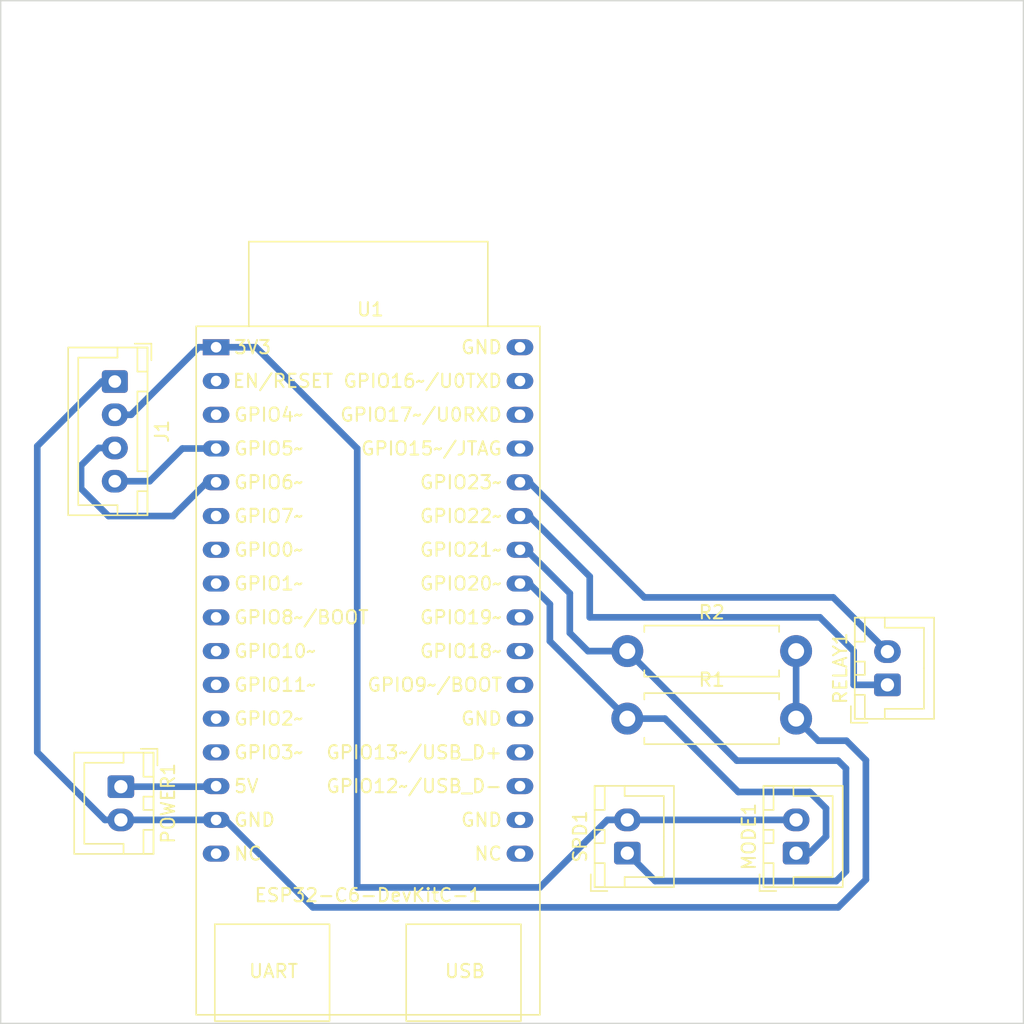
<source format=kicad_pcb>
(kicad_pcb (version 20221018) (generator pcbnew)
  (layers (0 "F.Cu" signal) (31 "B.Cu" signal) (34 "B.Paste" user) (35 "F.Paste" user) (36 "B.SilkS" user "B.Silkscreen") (37 "F.SilkS" user "F.Silkscreen") (38 "B.Mask" user) (39 "F.Mask" user) (44 "Edge.Cuts" user))
  (net 0 "")
  (net 1 "GND")
  (net 2 "+3V3")
  (net 3 "Net-(J1-Pin_3)")
  (net 4 "Net-(J1-Pin_4)")
  (net 5 "Net-(MODE1-Pin_1)")
  (net 6 "+5V")
  (net 7 "Net-(SPD1-Pin_1)")
  (net 8 "Net-(RELAY1-Pin_1)")
  (net 9 "Net-(RELAY1-Pin_2)")
  (footprint "Resistor_THT:R_Axial_DIN0411_L9.9mm_D3.6mm_P12.70mm_Horizontal" (layer "F.Cu") (at 104.89 134.62)
    (fp_text reference "R2" (at 6.35 -2.92) (layer "F.SilkS"))
    (fp_text value "10000")
    (fp_line (start 1.28 -1.92) (end 11.42 -1.92) (stroke (width 0.12)) (layer "F.SilkS"))
    (fp_line (start 1.28 -1.44) (end 1.28 -1.92) (stroke (width 0.12)) (layer "F.SilkS"))
    (fp_line (start 1.28 1.44) (end 1.28 1.92) (stroke (width 0.12)) (layer "F.SilkS"))
    (fp_line (start 1.28 1.92) (end 11.42 1.92) (stroke (width 0.12)) (layer "F.SilkS"))
    (fp_line (start 11.42 -1.92) (end 11.42 -1.44) (stroke (width 0.12)) (layer "F.SilkS"))
    (fp_line (start 11.42 1.92) (end 11.42 1.44) (stroke (width 0.12)) (layer "F.SilkS"))
    (pad "1" thru_hole circle (at 0 0) (size 2.4 2.4) (drill 1.2) (layers "*.Cu" "*.Mask") (net 7 "Net-(SPD1-Pin_1)"))
    (pad "2" thru_hole oval (at 12.7 0) (size 2.4 2.4) (drill 1.2) (layers "*.Cu" "*.Mask") (net 1 "GND"))
  )
  (footprint "Connector_JST:JST_XH_B2B-XH-A_1x02_P2.50mm_Vertical" (layer "F.Cu") (at 117.59 149.82 90)
    (fp_text reference "MODE1" (at 1.25 -3.55 90) (layer "F.SilkS"))
    (fp_text value "Conn_01x02_Pin")
    (fp_line (start -2.85 -2.75) (end -2.85 -1.5) (stroke (width 0.12)) (layer "F.SilkS"))
    (fp_line (start -2.56 -2.46) (end -2.56 3.51) (stroke (width 0.12)) (layer "F.SilkS"))
    (fp_line (start -2.56 3.51) (end 5.06 3.51) (stroke (width 0.12)) (layer "F.SilkS"))
    (fp_line (start -2.55 -2.45) (end -2.55 -1.7) (stroke (width 0.12)) (layer "F.SilkS"))
    (fp_line (start -2.55 -1.7) (end -0.75 -1.7) (stroke (width 0.12)) (layer "F.SilkS"))
    (fp_line (start -2.55 -0.2) (end -1.8 -0.2) (stroke (width 0.12)) (layer "F.SilkS"))
    (fp_line (start -1.8 -0.2) (end -1.8 2.75) (stroke (width 0.12)) (layer "F.SilkS"))
    (fp_line (start -1.8 2.75) (end 1.25 2.75) (stroke (width 0.12)) (layer "F.SilkS"))
    (fp_line (start -1.6 -2.75) (end -2.85 -2.75) (stroke (width 0.12)) (layer "F.SilkS"))
    (fp_line (start -0.75 -2.45) (end -2.55 -2.45) (stroke (width 0.12)) (layer "F.SilkS"))
    (fp_line (start -0.75 -1.7) (end -0.75 -2.45) (stroke (width 0.12)) (layer "F.SilkS"))
    (fp_line (start 0.75 -2.45) (end 0.75 -1.7) (stroke (width 0.12)) (layer "F.SilkS"))
    (fp_line (start 0.75 -1.7) (end 1.75 -1.7) (stroke (width 0.12)) (layer "F.SilkS"))
    (fp_line (start 1.75 -2.45) (end 0.75 -2.45) (stroke (width 0.12)) (layer "F.SilkS"))
    (fp_line (start 1.75 -1.7) (end 1.75 -2.45) (stroke (width 0.12)) (layer "F.SilkS"))
    (fp_line (start 3.25 -2.45) (end 3.25 -1.7) (stroke (width 0.12)) (layer "F.SilkS"))
    (fp_line (start 3.25 -1.7) (end 5.05 -1.7) (stroke (width 0.12)) (layer "F.SilkS"))
    (fp_line (start 4.3 -0.2) (end 4.3 2.75) (stroke (width 0.12)) (layer "F.SilkS"))
    (fp_line (start 4.3 2.75) (end 1.25 2.75) (stroke (width 0.12)) (layer "F.SilkS"))
    (fp_line (start 5.05 -2.45) (end 3.25 -2.45) (stroke (width 0.12)) (layer "F.SilkS"))
    (fp_line (start 5.05 -1.7) (end 5.05 -2.45) (stroke (width 0.12)) (layer "F.SilkS"))
    (fp_line (start 5.05 -0.2) (end 4.3 -0.2) (stroke (width 0.12)) (layer "F.SilkS"))
    (fp_line (start 5.06 -2.46) (end -2.56 -2.46) (stroke (width 0.12)) (layer "F.SilkS"))
    (fp_line (start 5.06 3.51) (end 5.06 -2.46) (stroke (width 0.12)) (layer "F.SilkS"))
    (pad "1" thru_hole roundrect (at 0 0 90) (size 1.7 2) (drill 1) (layers "*.Cu" "*.Mask") (roundrect_rratio 0.1470588235) (net 5 "Net-(MODE1-Pin_1)"))
    (pad "2" thru_hole oval (at 2.5 0 90) (size 1.7 2) (drill 1) (layers "*.Cu" "*.Mask") (net 2 "+3V3"))
  )
  (footprint "Connector_JST:JST_XH_B2B-XH-A_1x02_P2.50mm_Vertical" (layer "F.Cu") (at 124.46 137.16 90)
    (fp_text reference "RELAY1" (at 1.25 -3.55 90) (layer "F.SilkS"))
    (fp_text value "Conn_01x02_Pin")
    (fp_line (start -2.85 -2.75) (end -2.85 -1.5) (stroke (width 0.12)) (layer "F.SilkS"))
    (fp_line (start -2.56 -2.46) (end -2.56 3.51) (stroke (width 0.12)) (layer "F.SilkS"))
    (fp_line (start -2.56 3.51) (end 5.06 3.51) (stroke (width 0.12)) (layer "F.SilkS"))
    (fp_line (start -2.55 -2.45) (end -2.55 -1.7) (stroke (width 0.12)) (layer "F.SilkS"))
    (fp_line (start -2.55 -1.7) (end -0.75 -1.7) (stroke (width 0.12)) (layer "F.SilkS"))
    (fp_line (start -2.55 -0.2) (end -1.8 -0.2) (stroke (width 0.12)) (layer "F.SilkS"))
    (fp_line (start -1.8 -0.2) (end -1.8 2.75) (stroke (width 0.12)) (layer "F.SilkS"))
    (fp_line (start -1.8 2.75) (end 1.25 2.75) (stroke (width 0.12)) (layer "F.SilkS"))
    (fp_line (start -1.6 -2.75) (end -2.85 -2.75) (stroke (width 0.12)) (layer "F.SilkS"))
    (fp_line (start -0.75 -2.45) (end -2.55 -2.45) (stroke (width 0.12)) (layer "F.SilkS"))
    (fp_line (start -0.75 -1.7) (end -0.75 -2.45) (stroke (width 0.12)) (layer "F.SilkS"))
    (fp_line (start 0.75 -2.45) (end 0.75 -1.7) (stroke (width 0.12)) (layer "F.SilkS"))
    (fp_line (start 0.75 -1.7) (end 1.75 -1.7) (stroke (width 0.12)) (layer "F.SilkS"))
    (fp_line (start 1.75 -2.45) (end 0.75 -2.45) (stroke (width 0.12)) (layer "F.SilkS"))
    (fp_line (start 1.75 -1.7) (end 1.75 -2.45) (stroke (width 0.12)) (layer "F.SilkS"))
    (fp_line (start 3.25 -2.45) (end 3.25 -1.7) (stroke (width 0.12)) (layer "F.SilkS"))
    (fp_line (start 3.25 -1.7) (end 5.05 -1.7) (stroke (width 0.12)) (layer "F.SilkS"))
    (fp_line (start 4.3 -0.2) (end 4.3 2.75) (stroke (width 0.12)) (layer "F.SilkS"))
    (fp_line (start 4.3 2.75) (end 1.25 2.75) (stroke (width 0.12)) (layer "F.SilkS"))
    (fp_line (start 5.05 -2.45) (end 3.25 -2.45) (stroke (width 0.12)) (layer "F.SilkS"))
    (fp_line (start 5.05 -1.7) (end 5.05 -2.45) (stroke (width 0.12)) (layer "F.SilkS"))
    (fp_line (start 5.05 -0.2) (end 4.3 -0.2) (stroke (width 0.12)) (layer "F.SilkS"))
    (fp_line (start 5.06 -2.46) (end -2.56 -2.46) (stroke (width 0.12)) (layer "F.SilkS"))
    (fp_line (start 5.06 3.51) (end 5.06 -2.46) (stroke (width 0.12)) (layer "F.SilkS"))
    (pad "1" thru_hole roundrect (at 0 0 90) (size 1.7 2) (drill 1) (layers "*.Cu" "*.Mask") (roundrect_rratio 0.1470588235) (net 8 "Net-(RELAY1-Pin_1)"))
    (pad "2" thru_hole oval (at 2.5 0 90) (size 1.7 2) (drill 1) (layers "*.Cu" "*.Mask") (net 9 "Net-(RELAY1-Pin_2)"))
  )
  (footprint "Connector_JST:JST_XH_B2B-XH-A_1x02_P2.50mm_Vertical" (layer "F.Cu") (at 66.79 144.82 -90)
    (fp_text reference "POWER1" (at 1.25 -3.55 90) (layer "F.SilkS"))
    (fp_text value "Conn_01x02_Pin")
    (fp_line (start -2.85 -2.75) (end -2.85 -1.5) (stroke (width 0.12)) (layer "F.SilkS"))
    (fp_line (start -2.56 -2.46) (end -2.56 3.51) (stroke (width 0.12)) (layer "F.SilkS"))
    (fp_line (start -2.56 3.51) (end 5.06 3.51) (stroke (width 0.12)) (layer "F.SilkS"))
    (fp_line (start -2.55 -2.45) (end -2.55 -1.7) (stroke (width 0.12)) (layer "F.SilkS"))
    (fp_line (start -2.55 -1.7) (end -0.75 -1.7) (stroke (width 0.12)) (layer "F.SilkS"))
    (fp_line (start -2.55 -0.2) (end -1.8 -0.2) (stroke (width 0.12)) (layer "F.SilkS"))
    (fp_line (start -1.8 -0.2) (end -1.8 2.75) (stroke (width 0.12)) (layer "F.SilkS"))
    (fp_line (start -1.8 2.75) (end 1.25 2.75) (stroke (width 0.12)) (layer "F.SilkS"))
    (fp_line (start -1.6 -2.75) (end -2.85 -2.75) (stroke (width 0.12)) (layer "F.SilkS"))
    (fp_line (start -0.75 -2.45) (end -2.55 -2.45) (stroke (width 0.12)) (layer "F.SilkS"))
    (fp_line (start -0.75 -1.7) (end -0.75 -2.45) (stroke (width 0.12)) (layer "F.SilkS"))
    (fp_line (start 0.75 -2.45) (end 0.75 -1.7) (stroke (width 0.12)) (layer "F.SilkS"))
    (fp_line (start 0.75 -1.7) (end 1.75 -1.7) (stroke (width 0.12)) (layer "F.SilkS"))
    (fp_line (start 1.75 -2.45) (end 0.75 -2.45) (stroke (width 0.12)) (layer "F.SilkS"))
    (fp_line (start 1.75 -1.7) (end 1.75 -2.45) (stroke (width 0.12)) (layer "F.SilkS"))
    (fp_line (start 3.25 -2.45) (end 3.25 -1.7) (stroke (width 0.12)) (layer "F.SilkS"))
    (fp_line (start 3.25 -1.7) (end 5.05 -1.7) (stroke (width 0.12)) (layer "F.SilkS"))
    (fp_line (start 4.3 -0.2) (end 4.3 2.75) (stroke (width 0.12)) (layer "F.SilkS"))
    (fp_line (start 4.3 2.75) (end 1.25 2.75) (stroke (width 0.12)) (layer "F.SilkS"))
    (fp_line (start 5.05 -2.45) (end 3.25 -2.45) (stroke (width 0.12)) (layer "F.SilkS"))
    (fp_line (start 5.05 -1.7) (end 5.05 -2.45) (stroke (width 0.12)) (layer "F.SilkS"))
    (fp_line (start 5.05 -0.2) (end 4.3 -0.2) (stroke (width 0.12)) (layer "F.SilkS"))
    (fp_line (start 5.06 -2.46) (end -2.56 -2.46) (stroke (width 0.12)) (layer "F.SilkS"))
    (fp_line (start 5.06 3.51) (end 5.06 -2.46) (stroke (width 0.12)) (layer "F.SilkS"))
    (pad "1" thru_hole roundrect (at 0 0 270) (size 1.7 2) (drill 1) (layers "*.Cu" "*.Mask") (roundrect_rratio 0.1470588235) (net 6 "+5V"))
    (pad "2" thru_hole oval (at 2.5 0 270) (size 1.7 2) (drill 1) (layers "*.Cu" "*.Mask") (net 1 "GND"))
  )
  (footprint "PCM_Espressif:ESP32-C6-DevKitC-1" (layer "F.Cu") (at 73.955 111.76)
    (fp_text reference "U1" (at 11.6078 -2.8448) (layer "F.SilkS"))
    (fp_text value "ESP32-C6-DevKitC-1" (at 11.43 41.2242 180) (layer "F.SilkS"))
    (fp_text user "GPIO11~" (at 1.27 25.4 unlocked) (layer "F.SilkS") (effects (justify left)))
    (fp_text user "GPIO13~/USB_D+" (at 21.59 30.48 unlocked) (layer "F.SilkS") (effects (justify right)))
    (fp_text user "GPIO5~" (at 1.27 7.62 unlocked) (layer "F.SilkS") (effects (justify left)))
    (fp_text user "GPIO6~" (at 1.27 10.16 unlocked) (layer "F.SilkS") (effects (justify left)))
    (fp_text user "NC" (at 1.27 38.1 unlocked) (layer "F.SilkS") (effects (justify left)))
    (fp_text user "GPIO8~/BOOT" (at 1.27 20.32 unlocked) (layer "F.SilkS") (effects (justify left)))
    (fp_text user "EN/RESET" (at 8.88632 2.54 unlocked) (layer "F.SilkS") (effects (justify right)))
    (fp_text user "GPIO22~" (at 21.59 12.7 unlocked) (layer "F.SilkS") (effects (justify right)))
    (fp_text user "GPIO7~" (at 1.27 12.7 unlocked) (layer "F.SilkS") (effects (justify left)))
    (fp_text user "GPIO17~/U0RXD" (at 21.59 5.08 unlocked) (layer "F.SilkS") (effects (justify right)))
    (fp_text user "GPIO0~" (at 1.27 15.24 unlocked) (layer "F.SilkS") (effects (justify left)))
    (fp_text user "5V" (at 1.27 33.02 unlocked) (layer "F.SilkS") (effects (justify left)))
    (fp_text user "GPIO4~" (at 1.27 5.08 unlocked) (layer "F.SilkS") (effects (justify left)))
    (fp_text user "USB" (at 18.7198 47.5234 unlocked) (layer "F.SilkS") (effects (justify bottom)))
    (fp_text user "GPIO16~/U0TXD" (at 21.59 2.54 unlocked) (layer "F.SilkS") (effects (justify right)))
    (fp_text user "GPIO1~" (at 1.27 17.78 unlocked) (layer "F.SilkS") (effects (justify left)))
    (fp_text user "GPIO10~" (at 1.27 22.86 unlocked) (layer "F.SilkS") (effects (justify left)))
    (fp_text user "GND" (at 1.27 35.56 unlocked) (layer "F.SilkS") (effects (justify left)))
    (fp_text user "UART" (at 4.3198 47.5234 unlocked) (layer "F.SilkS") (effects (justify bottom)))
    (fp_text user "GND" (at 21.59 0 unlocked) (layer "F.SilkS") (effects (justify right)))
    (fp_text user "GPIO9~/BOOT" (at 21.59 25.4 unlocked) (layer "F.SilkS") (effects (justify right)))
    (fp_text user "GPIO19~" (at 21.59 20.32 unlocked) (layer "F.SilkS") (effects (justify right)))
    (fp_text user "GPIO18~" (at 21.59 22.86 unlocked) (layer "F.SilkS") (effects (justify right)))
    (fp_text user "3V3" (at 1.27 0 unlocked) (layer "F.SilkS") (effects (justify left)))
    (fp_text user "GND" (at 21.59 27.94 unlocked) (layer "F.SilkS") (effects (justify right)))
    (fp_text user "GPIO2~" (at 1.27 27.94 unlocked) (layer "F.SilkS") (effects (justify left)))
    (fp_text user "GPIO15~/JTAG" (at 21.59 7.62 unlocked) (layer "F.SilkS") (effects (justify right)))
    (fp_text user "GPIO3~" (at 1.27 30.48 unlocked) (layer "F.SilkS") (effects (justify left)))
    (fp_text user "GPIO12~/USB_D-" (at 21.59 33.02 unlocked) (layer "F.SilkS") (effects (justify right)))
    (fp_text user "GND" (at 21.59 35.56 unlocked) (layer "F.SilkS") (effects (justify right)))
    (fp_text user "GPIO20~" (at 21.59 17.78 unlocked) (layer "F.SilkS") (effects (justify right)))
    (fp_text user "GPIO23~" (at 21.59 10.16 unlocked) (layer "F.SilkS") (effects (justify right)))
    (fp_text user "GPIO21~" (at 21.59 15.24 unlocked) (layer "F.SilkS") (effects (justify right)))
    (fp_text user "NC" (at 21.59 38.1 unlocked) (layer "F.SilkS") (effects (justify right)))
    (fp_line (start -1.5 -1.575) (end -1.5 50.225) (stroke (width 0.12)) (layer "F.SilkS"))
    (fp_line (start -1.5 50.225) (end 24.359999 50.225) (stroke (width 0.12)) (layer "F.SilkS"))
    (fp_line (start 2.46012 -7.94532) (end 20.44332 -7.94532) (stroke (width 0.12)) (layer "F.SilkS"))
    (fp_line (start 2.46012 -1.59532) (end 2.46012 -7.94532) (stroke (width 0.12)) (layer "F.SilkS"))
    (fp_line (start 20.44332 -7.94532) (end 20.44332 -1.59532) (stroke (width 0.12)) (layer "F.SilkS"))
    (fp_line (start 24.359999 50.225) (end 24.36 -1.575) (stroke (width 0.12)) (layer "F.SilkS"))
    (fp_line (start 24.36 -1.575) (end -1.499999 -1.575) (stroke (width 0.12)) (layer "F.SilkS"))
    (fp_rect (start -0.0998 43.4086) (end 8.5362 50.6984) (stroke (width 0.12)) (fill none) (layer "F.SilkS"))
    (fp_rect (start 14.3002 43.4086) (end 22.9362 50.6984) (stroke (width 0.12)) (fill none) (layer "F.SilkS"))
    (pad "1" thru_hole rect (at 0 0 270) (size 1.2 2) (drill 0.8) (layers "*.Cu" "*.Mask") (net 2 "+3V3"))
    (pad "2" thru_hole oval (at 0 2.54 270) (size 1.2 2) (drill 0.8) (layers "*.Cu" "*.Mask"))
    (pad "3" thru_hole oval (at 0 5.08 270) (size 1.2 2) (drill 0.8) (layers "*.Cu" "*.Mask"))
    (pad "4" thru_hole oval (at 0 7.62 270) (size 1.2 2) (drill 0.8) (layers "*.Cu" "*.Mask") (net 4 "Net-(J1-Pin_4)"))
    (pad "5" thru_hole oval (at 0 10.16 270) (size 1.2 2) (drill 0.8) (layers "*.Cu" "*.Mask") (net 3 "Net-(J1-Pin_3)"))
    (pad "6" thru_hole oval (at 0 12.7 270) (size 1.2 2) (drill 0.8) (layers "*.Cu" "*.Mask"))
    (pad "7" thru_hole oval (at 0 15.24 270) (size 1.2 2) (drill 0.8) (layers "*.Cu" "*.Mask"))
    (pad "8" thru_hole oval (at 0 17.78 270) (size 1.2 2) (drill 0.8) (layers "*.Cu" "*.Mask"))
    (pad "9" thru_hole oval (at 0 20.32 270) (size 1.2 2) (drill 0.8) (layers "*.Cu" "*.Mask"))
    (pad "10" thru_hole oval (at 0 22.86 270) (size 1.2 2) (drill 0.8) (layers "*.Cu" "*.Mask"))
    (pad "11" thru_hole oval (at 0 25.4 270) (size 1.2 2) (drill 0.8) (layers "*.Cu" "*.Mask"))
    (pad "12" thru_hole oval (at 0 27.94 270) (size 1.2 2) (drill 0.8) (layers "*.Cu" "*.Mask"))
    (pad "13" thru_hole oval (at 0 30.48 270) (size 1.2 2) (drill 0.8) (layers "*.Cu" "*.Mask"))
    (pad "14" thru_hole oval (at 0 33.02 270) (size 1.2 2) (drill 0.8) (layers "*.Cu" "*.Mask") (net 6 "+5V"))
    (pad "15" thru_hole oval (at 0 35.56 270) (size 1.2 2) (drill 0.8) (layers "*.Cu" "*.Mask") (net 1 "GND"))
    (pad "16" thru_hole oval (at 0 38.1 270) (size 1.2 2) (drill 0.8) (layers "*.Cu" "*.Mask"))
    (pad "17" thru_hole oval (at 22.86 38.1 270) (size 1.2 2) (drill 0.8) (layers "*.Cu" "*.Mask"))
    (pad "18" thru_hole oval (at 22.86 35.56 270) (size 1.2 2) (drill 0.8) (layers "*.Cu" "*.Mask"))
    (pad "19" thru_hole oval (at 22.86 33.02 270) (size 1.2 2) (drill 0.8) (layers "*.Cu" "*.Mask"))
    (pad "20" thru_hole oval (at 22.86 30.48 270) (size 1.2 2) (drill 0.8) (layers "*.Cu" "*.Mask"))
    (pad "21" thru_hole oval (at 22.86 27.94 270) (size 1.2 2) (drill 0.8) (layers "*.Cu" "*.Mask"))
    (pad "22" thru_hole oval (at 22.86 25.4 270) (size 1.2 2) (drill 0.8) (layers "*.Cu" "*.Mask"))
    (pad "23" thru_hole oval (at 22.86 22.86 270) (size 1.2 2) (drill 0.8) (layers "*.Cu" "*.Mask"))
    (pad "24" thru_hole oval (at 22.86 20.32 270) (size 1.2 2) (drill 0.8) (layers "*.Cu" "*.Mask"))
    (pad "25" thru_hole oval (at 22.86 17.78 270) (size 1.2 2) (drill 0.8) (layers "*.Cu" "*.Mask") (net 5 "Net-(MODE1-Pin_1)"))
    (pad "26" thru_hole oval (at 22.86 15.24 270) (size 1.2 2) (drill 0.8) (layers "*.Cu" "*.Mask") (net 7 "Net-(SPD1-Pin_1)"))
    (pad "27" thru_hole oval (at 22.86 12.7 270) (size 1.2 2) (drill 0.8) (layers "*.Cu" "*.Mask") (net 8 "Net-(RELAY1-Pin_1)"))
    (pad "28" thru_hole oval (at 22.86 10.16 270) (size 1.2 2) (drill 0.8) (layers "*.Cu" "*.Mask") (net 9 "Net-(RELAY1-Pin_2)"))
    (pad "29" thru_hole oval (at 22.86 7.62 270) (size 1.2 2) (drill 0.8) (layers "*.Cu" "*.Mask"))
    (pad "30" thru_hole oval (at 22.86 5.08 270) (size 1.2 2) (drill 0.8) (layers "*.Cu" "*.Mask"))
    (pad "31" thru_hole oval (at 22.86 2.54 270) (size 1.2 2) (drill 0.8) (layers "*.Cu" "*.Mask"))
    (pad "32" thru_hole oval (at 22.86 0 270) (size 1.2 2) (drill 0.8) (layers "*.Cu" "*.Mask"))
  )
  (footprint "Connector_JST:JST_XH_B4B-XH-A_1x04_P2.50mm_Vertical" (layer "F.Cu") (at 66.335 114.34 -90)
    (fp_text reference "J1" (at 3.75 -3.55 90) (layer "F.SilkS"))
    (fp_text value "DISP")
    (fp_line (start -2.85 -2.75) (end -2.85 -1.5) (stroke (width 0.12)) (layer "F.SilkS"))
    (fp_line (start -2.56 -2.46) (end -2.56 3.51) (stroke (width 0.12)) (layer "F.SilkS"))
    (fp_line (start -2.56 3.51) (end 10.06 3.51) (stroke (width 0.12)) (layer "F.SilkS"))
    (fp_line (start -2.55 -2.45) (end -2.55 -1.7) (stroke (width 0.12)) (layer "F.SilkS"))
    (fp_line (start -2.55 -1.7) (end -0.75 -1.7) (stroke (width 0.12)) (layer "F.SilkS"))
    (fp_line (start -2.55 -0.2) (end -1.8 -0.2) (stroke (width 0.12)) (layer "F.SilkS"))
    (fp_line (start -1.8 -0.2) (end -1.8 2.75) (stroke (width 0.12)) (layer "F.SilkS"))
    (fp_line (start -1.8 2.75) (end 3.75 2.75) (stroke (width 0.12)) (layer "F.SilkS"))
    (fp_line (start -1.6 -2.75) (end -2.85 -2.75) (stroke (width 0.12)) (layer "F.SilkS"))
    (fp_line (start -0.75 -2.45) (end -2.55 -2.45) (stroke (width 0.12)) (layer "F.SilkS"))
    (fp_line (start -0.75 -1.7) (end -0.75 -2.45) (stroke (width 0.12)) (layer "F.SilkS"))
    (fp_line (start 0.75 -2.45) (end 0.75 -1.7) (stroke (width 0.12)) (layer "F.SilkS"))
    (fp_line (start 0.75 -1.7) (end 6.75 -1.7) (stroke (width 0.12)) (layer "F.SilkS"))
    (fp_line (start 6.75 -2.45) (end 0.75 -2.45) (stroke (width 0.12)) (layer "F.SilkS"))
    (fp_line (start 6.75 -1.7) (end 6.75 -2.45) (stroke (width 0.12)) (layer "F.SilkS"))
    (fp_line (start 8.25 -2.45) (end 8.25 -1.7) (stroke (width 0.12)) (layer "F.SilkS"))
    (fp_line (start 8.25 -1.7) (end 10.05 -1.7) (stroke (width 0.12)) (layer "F.SilkS"))
    (fp_line (start 9.3 -0.2) (end 9.3 2.75) (stroke (width 0.12)) (layer "F.SilkS"))
    (fp_line (start 9.3 2.75) (end 3.75 2.75) (stroke (width 0.12)) (layer "F.SilkS"))
    (fp_line (start 10.05 -2.45) (end 8.25 -2.45) (stroke (width 0.12)) (layer "F.SilkS"))
    (fp_line (start 10.05 -1.7) (end 10.05 -2.45) (stroke (width 0.12)) (layer "F.SilkS"))
    (fp_line (start 10.05 -0.2) (end 9.3 -0.2) (stroke (width 0.12)) (layer "F.SilkS"))
    (fp_line (start 10.06 -2.46) (end -2.56 -2.46) (stroke (width 0.12)) (layer "F.SilkS"))
    (fp_line (start 10.06 3.51) (end 10.06 -2.46) (stroke (width 0.12)) (layer "F.SilkS"))
    (pad "1" thru_hole roundrect (at 0 0 270) (size 1.7 1.95) (drill 0.95) (layers "*.Cu" "*.Mask") (roundrect_rratio 0.1470588235) (net 1 "GND"))
    (pad "2" thru_hole oval (at 2.5 0 270) (size 1.7 1.95) (drill 0.95) (layers "*.Cu" "*.Mask") (net 2 "+3V3"))
    (pad "3" thru_hole oval (at 5 0 270) (size 1.7 1.95) (drill 0.95) (layers "*.Cu" "*.Mask") (net 3 "Net-(J1-Pin_3)"))
    (pad "4" thru_hole oval (at 7.5 0 270) (size 1.7 1.95) (drill 0.95) (layers "*.Cu" "*.Mask") (net 4 "Net-(J1-Pin_4)"))
  )
  (footprint "Connector_JST:JST_XH_B2B-XH-A_1x02_P2.50mm_Vertical" (layer "F.Cu") (at 104.89 149.82 90)
    (fp_text reference "SPD1" (at 1.25 -3.55 90) (layer "F.SilkS"))
    (fp_text value "Conn_01x02_Pin")
    (fp_line (start -2.85 -2.75) (end -2.85 -1.5) (stroke (width 0.12)) (layer "F.SilkS"))
    (fp_line (start -2.56 -2.46) (end -2.56 3.51) (stroke (width 0.12)) (layer "F.SilkS"))
    (fp_line (start -2.56 3.51) (end 5.06 3.51) (stroke (width 0.12)) (layer "F.SilkS"))
    (fp_line (start -2.55 -2.45) (end -2.55 -1.7) (stroke (width 0.12)) (layer "F.SilkS"))
    (fp_line (start -2.55 -1.7) (end -0.75 -1.7) (stroke (width 0.12)) (layer "F.SilkS"))
    (fp_line (start -2.55 -0.2) (end -1.8 -0.2) (stroke (width 0.12)) (layer "F.SilkS"))
    (fp_line (start -1.8 -0.2) (end -1.8 2.75) (stroke (width 0.12)) (layer "F.SilkS"))
    (fp_line (start -1.8 2.75) (end 1.25 2.75) (stroke (width 0.12)) (layer "F.SilkS"))
    (fp_line (start -1.6 -2.75) (end -2.85 -2.75) (stroke (width 0.12)) (layer "F.SilkS"))
    (fp_line (start -0.75 -2.45) (end -2.55 -2.45) (stroke (width 0.12)) (layer "F.SilkS"))
    (fp_line (start -0.75 -1.7) (end -0.75 -2.45) (stroke (width 0.12)) (layer "F.SilkS"))
    (fp_line (start 0.75 -2.45) (end 0.75 -1.7) (stroke (width 0.12)) (layer "F.SilkS"))
    (fp_line (start 0.75 -1.7) (end 1.75 -1.7) (stroke (width 0.12)) (layer "F.SilkS"))
    (fp_line (start 1.75 -2.45) (end 0.75 -2.45) (stroke (width 0.12)) (layer "F.SilkS"))
    (fp_line (start 1.75 -1.7) (end 1.75 -2.45) (stroke (width 0.12)) (layer "F.SilkS"))
    (fp_line (start 3.25 -2.45) (end 3.25 -1.7) (stroke (width 0.12)) (layer "F.SilkS"))
    (fp_line (start 3.25 -1.7) (end 5.05 -1.7) (stroke (width 0.12)) (layer "F.SilkS"))
    (fp_line (start 4.3 -0.2) (end 4.3 2.75) (stroke (width 0.12)) (layer "F.SilkS"))
    (fp_line (start 4.3 2.75) (end 1.25 2.75) (stroke (width 0.12)) (layer "F.SilkS"))
    (fp_line (start 5.05 -2.45) (end 3.25 -2.45) (stroke (width 0.12)) (layer "F.SilkS"))
    (fp_line (start 5.05 -1.7) (end 5.05 -2.45) (stroke (width 0.12)) (layer "F.SilkS"))
    (fp_line (start 5.05 -0.2) (end 4.3 -0.2) (stroke (width 0.12)) (layer "F.SilkS"))
    (fp_line (start 5.06 -2.46) (end -2.56 -2.46) (stroke (width 0.12)) (layer "F.SilkS"))
    (fp_line (start 5.06 3.51) (end 5.06 -2.46) (stroke (width 0.12)) (layer "F.SilkS"))
    (pad "1" thru_hole roundrect (at 0 0 90) (size 1.7 2) (drill 1) (layers "*.Cu" "*.Mask") (roundrect_rratio 0.1470588235) (net 7 "Net-(SPD1-Pin_1)"))
    (pad "2" thru_hole oval (at 2.5 0 90) (size 1.7 2) (drill 1) (layers "*.Cu" "*.Mask") (net 2 "+3V3"))
  )
  (footprint "Resistor_THT:R_Axial_DIN0411_L9.9mm_D3.6mm_P12.70mm_Horizontal" (layer "F.Cu") (at 104.89 139.7)
    (fp_text reference "R1" (at 6.35 -2.92) (layer "F.SilkS"))
    (fp_text value "10000")
    (fp_line (start 1.28 -1.92) (end 11.42 -1.92) (stroke (width 0.12)) (layer "F.SilkS"))
    (fp_line (start 1.28 -1.44) (end 1.28 -1.92) (stroke (width 0.12)) (layer "F.SilkS"))
    (fp_line (start 1.28 1.44) (end 1.28 1.92) (stroke (width 0.12)) (layer "F.SilkS"))
    (fp_line (start 1.28 1.92) (end 11.42 1.92) (stroke (width 0.12)) (layer "F.SilkS"))
    (fp_line (start 11.42 -1.92) (end 11.42 -1.44) (stroke (width 0.12)) (layer "F.SilkS"))
    (fp_line (start 11.42 1.92) (end 11.42 1.44) (stroke (width 0.12)) (layer "F.SilkS"))
    (pad "1" thru_hole circle (at 0 0) (size 2.4 2.4) (drill 1.2) (layers "*.Cu" "*.Mask") (net 5 "Net-(MODE1-Pin_1)"))
    (pad "2" thru_hole oval (at 12.7 0) (size 2.4 2.4) (drill 1.2) (layers "*.Cu" "*.Mask") (net 1 "GND"))
  )
  (gr_rect (start 57.746353 85.686353) (end 134.690362 162.630362) (stroke (width 0.1)) (fill none) (layer "Edge.Cuts"))
  (segment (start 66.79 147.32) (end 65.59 147.32) (width 0.5) (layer "B.Cu") (net 1))
  (segment (start 81.235 153.9) (end 74.655 147.32) (width 0.5) (layer "B.Cu") (net 1))
  (segment (start 65.59 147.32) (end 60.5 142.23) (width 0.5) (layer "B.Cu") (net 1))
  (segment (start 121.37264 141.36132) (end 122.84 142.82868) (width 0.5) (layer "B.Cu") (net 1))
  (segment (start 74.655 147.32) (end 73.955 147.32) (width 0.5) (layer "B.Cu") (net 1))
  (segment (start 117.59 139.7) (end 117.59 134.62) (width 0.5) (layer "B.Cu") (net 1))
  (segment (start 122.84 142.82868) (end 122.84 151.81132) (width 0.5) (layer "B.Cu") (net 1))
  (segment (start 119.25132 141.36132) (end 121.37264 141.36132) (width 0.5) (layer "B.Cu") (net 1))
  (segment (start 66.335 114.34) (end 65.36 114.34) (width 0.5) (layer "B.Cu") (net 1))
  (segment (start 73.955 147.32) (end 66.79 147.32) (width 0.5) (layer "B.Cu") (net 1))
  (segment (start 60.5 119.2) (end 60.5 142.23) (width 0.5) (layer "B.Cu") (net 1))
  (segment (start 120.75132 153.9) (end 81.235 153.9) (width 0.5) (layer "B.Cu") (net 1))
  (segment (start 117.59 139.7) (end 119.25132 141.36132) (width 0.5) (layer "B.Cu") (net 1))
  (segment (start 122.84 151.81132) (end 120.75132 153.9) (width 0.5) (layer "B.Cu") (net 1))
  (segment (start 65.36 114.34) (end 60.5 119.2) (width 0.5) (layer "B.Cu") (net 1))
  (segment (start 67.56 116.84) (end 72.64 111.76) (width 0.5) (layer "B.Cu") (net 2))
  (segment (start 98.31 152.4) (end 84.57 152.4) (width 0.5) (layer "B.Cu") (net 2))
  (segment (start 84.57 119.38) (end 84.57 152.4) (width 0.5) (layer "B.Cu") (net 2))
  (segment (start 72.64 111.76) (end 73.955 111.76) (width 0.5) (layer "B.Cu") (net 2))
  (segment (start 104.89 147.32) (end 103.39 147.32) (width 0.5) (layer "B.Cu") (net 2))
  (segment (start 66.335 116.84) (end 67.56 116.84) (width 0.5) (layer "B.Cu") (net 2))
  (segment (start 103.39 147.32) (end 98.31 152.4) (width 0.5) (layer "B.Cu") (net 2))
  (segment (start 73.955 111.76) (end 76.95 111.76) (width 0.5) (layer "B.Cu") (net 2))
  (segment (start 117.59 147.32) (end 104.89 147.32) (width 0.5) (layer "B.Cu") (net 2))
  (segment (start 76.95 111.76) (end 84.57 119.38) (width 0.5) (layer "B.Cu") (net 2))
  (segment (start 70.715 124.46) (end 73.255 121.92) (width 0.5) (layer "B.Cu") (net 3))
  (segment (start 63.795 120.655) (end 63.795 122.394848) (width 0.5) (layer "B.Cu") (net 3))
  (segment (start 65.11 119.34) (end 63.795 120.655) (width 0.5) (layer "B.Cu") (net 3))
  (segment (start 73.255 121.92) (end 73.955 121.92) (width 0.5) (layer "B.Cu") (net 3))
  (segment (start 63.795 122.394848) (end 65.860152 124.46) (width 0.5) (layer "B.Cu") (net 3))
  (segment (start 65.860152 124.46) (end 70.715 124.46) (width 0.5) (layer "B.Cu") (net 3))
  (segment (start 66.335 119.34) (end 65.11 119.34) (width 0.5) (layer "B.Cu") (net 3))
  (segment (start 71.415 119.38) (end 73.955 119.38) (width 0.5) (layer "B.Cu") (net 4))
  (segment (start 68.955 121.84) (end 71.415 119.38) (width 0.5) (layer "B.Cu") (net 4))
  (segment (start 66.335 121.84) (end 68.955 121.84) (width 0.5) (layer "B.Cu") (net 4))
  (segment (start 97.515 129.54) (end 96.815 129.54) (width 0.5) (layer "B.Cu") (net 5))
  (segment (start 104.89 139.7) (end 99.065 133.875) (width 0.5) (layer "B.Cu") (net 5))
  (segment (start 113.239924 145.22) (end 107.719924 139.7) (width 0.5) (layer "B.Cu") (net 5))
  (segment (start 118.59 149.82) (end 119.84 148.57) (width 0.5) (layer "B.Cu") (net 5))
  (segment (start 99.065 131.09) (end 97.515 129.54) (width 0.5) (layer "B.Cu") (net 5))
  (segment (start 117.59 149.82) (end 118.59 149.82) (width 0.5) (layer "B.Cu") (net 5))
  (segment (start 99.065 133.875) (end 99.065 131.09) (width 0.5) (layer "B.Cu") (net 5))
  (segment (start 119.84 148.57) (end 119.84 146.450152) (width 0.5) (layer "B.Cu") (net 5))
  (segment (start 107.719924 139.7) (end 104.89 139.7) (width 0.5) (layer "B.Cu") (net 5))
  (segment (start 119.84 146.450152) (end 118.609848 145.22) (width 0.5) (layer "B.Cu") (net 5))
  (segment (start 118.609848 145.22) (end 113.239924 145.22) (width 0.5) (layer "B.Cu") (net 5))
  (segment (start 73.915 144.82) (end 73.955 144.78) (width 0.5) (layer "B.Cu") (net 6))
  (segment (start 66.79 144.82) (end 73.915 144.82) (width 0.5) (layer "B.Cu") (net 6))
  (segment (start 113.13132 142.86132) (end 120.75132 142.86132) (width 0.5) (layer "B.Cu") (net 7))
  (segment (start 120.61 151.92) (end 121.34 151.19) (width 0.5) (layer "B.Cu") (net 7))
  (segment (start 100.565 133.25368) (end 100.565 130.273705) (width 0.5) (layer "B.Cu") (net 7))
  (segment (start 101.93132 134.62) (end 100.565 133.25368) (width 0.5) (layer "B.Cu") (net 7))
  (segment (start 121.34 143.45) (end 121.34 151.19) (width 0.5) (layer "B.Cu") (net 7))
  (segment (start 106.99 151.92) (end 120.61 151.92) (width 0.5) (layer "B.Cu") (net 7))
  (segment (start 104.89 134.62) (end 101.93132 134.62) (width 0.5) (layer "B.Cu") (net 7))
  (segment (start 100.565 130.273705) (end 97.291295 127) (width 0.5) (layer "B.Cu") (net 7))
  (segment (start 104.89 149.82) (end 106.99 151.92) (width 0.5) (layer "B.Cu") (net 7))
  (segment (start 120.75132 142.86132) (end 121.34 143.45) (width 0.5) (layer "B.Cu") (net 7))
  (segment (start 104.89 134.62) (end 113.13132 142.86132) (width 0.5) (layer "B.Cu") (net 7))
  (segment (start 97.291295 127) (end 96.815 127) (width 0.5) (layer "B.Cu") (net 7))
  (segment (start 121.92 137.16) (end 121.92 134.62) (width 0.5) (layer "B.Cu") (net 8))
  (segment (start 124.46 137.16) (end 121.92 137.16) (width 0.5) (layer "B.Cu") (net 8))
  (segment (start 97.515 124.46) (end 96.815 124.46) (width 0.5) (layer "B.Cu") (net 8))
  (segment (start 119.38 132.08) (end 102.065 132.08) (width 0.5) (layer "B.Cu") (net 8))
  (segment (start 121.92 134.62) (end 119.38 132.08) (width 0.5) (layer "B.Cu") (net 8))
  (segment (start 102.065 129.01) (end 97.515 124.46) (width 0.5) (layer "B.Cu") (net 8))
  (segment (start 102.065 132.08) (end 102.065 129.01) (width 0.5) (layer "B.Cu") (net 8))
  (segment (start 106.175 130.58) (end 97.515 121.92) (width 0.5) (layer "B.Cu") (net 9))
  (segment (start 97.515 121.92) (end 96.815 121.92) (width 0.5) (layer "B.Cu") (net 9))
  (segment (start 124.46 134.66) (end 120.38 130.58) (width 0.5) (layer "B.Cu") (net 9))
  (segment (start 120.38 130.58) (end 106.175 130.58) (width 0.5) (layer "B.Cu") (net 9))
)
</source>
